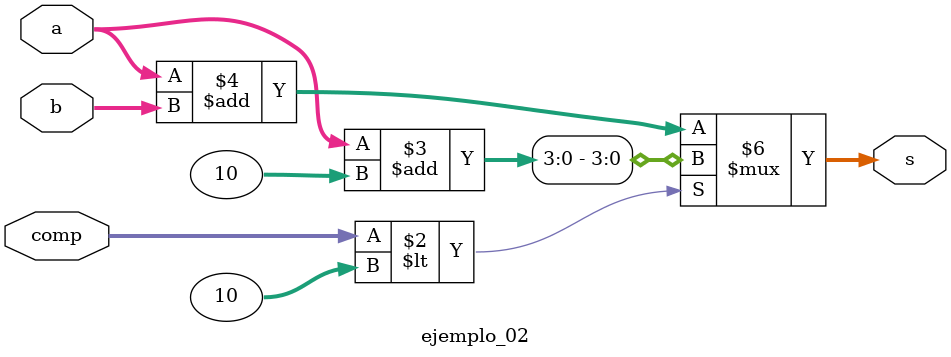
<source format=v>
module ejemplo_02(
    input wire[3:0] a,
    input wire[3:0] b,
    input wire[3:0] comp,
    output reg[3:0] s
);

always @(*) begin //*-> todas las entradas
    if(comp<10) begin
        s=a+10;    
    end
    else
        s=a+b;    
end

endmodule
</source>
